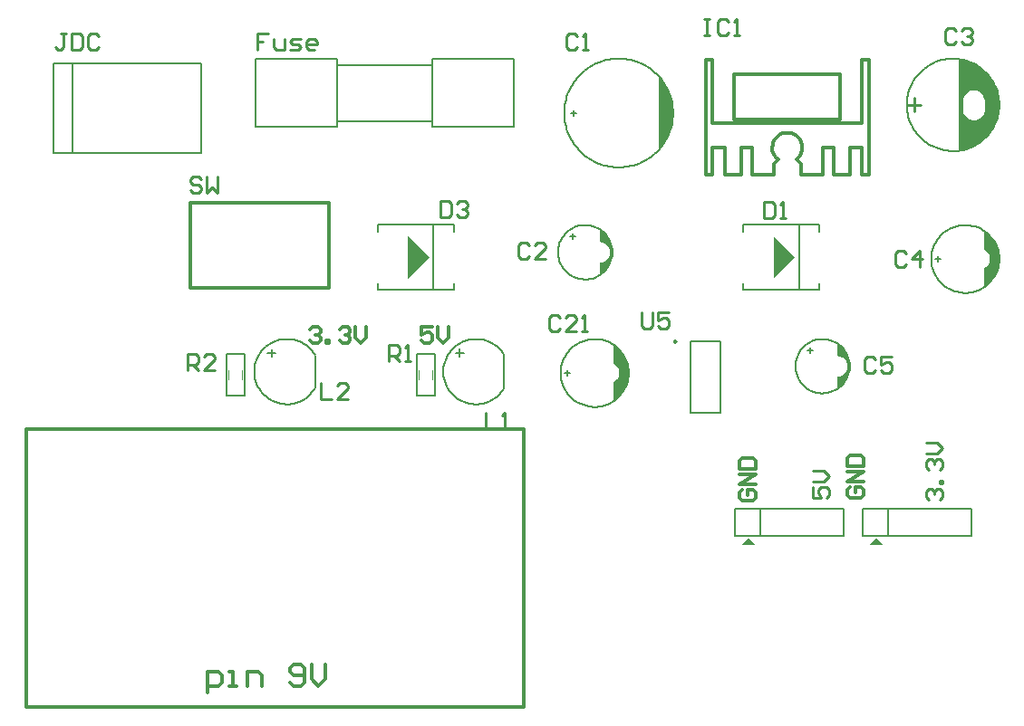
<source format=gto>
G04*
G04 #@! TF.GenerationSoftware,Altium Limited,Altium Designer,18.0.7 (293)*
G04*
G04 Layer_Color=65535*
%FSLAX44Y44*%
%MOMM*%
G71*
G01*
G75*
%ADD10C,0.2540*%
%ADD11C,0.1778*%
%ADD12C,0.2500*%
%ADD13C,0.3048*%
%ADD14C,0.3000*%
%ADD15C,0.1270*%
%ADD16C,0.1016*%
%ADD17C,0.2000*%
G36*
X690860Y302273D02*
X684510Y295923D01*
X697210D01*
X690860Y302273D01*
D02*
G37*
G36*
X564480Y483138D02*
Y465612D01*
X566258Y464342D01*
X568036Y462818D01*
X569052Y461548D01*
X569560Y460278D01*
X570068Y457738D01*
Y454944D01*
X569560Y452912D01*
X568798Y451642D01*
X567782Y450372D01*
X566766Y449356D01*
X565750Y448594D01*
X564480Y447832D01*
Y429290D01*
X566766Y431322D01*
X570576Y434624D01*
X573878Y438942D01*
X577688Y447324D01*
X578704Y452658D01*
X578852Y456468D01*
X577688Y464088D01*
X574132Y473486D01*
X568544Y480090D01*
X564480Y483138D01*
D02*
G37*
G36*
X372600Y544621D02*
X392600Y564621D01*
X372600Y584621D01*
Y544621D01*
D02*
G37*
G36*
X551780Y590783D02*
Y579099D01*
X554828Y578591D01*
X557368Y577575D01*
X559146Y576305D01*
X560416Y574273D01*
X561178Y571987D01*
X561432Y569447D01*
X561178Y566907D01*
X560416Y565129D01*
X559146Y563351D01*
X557622Y561573D01*
X556098Y560557D01*
X553558Y559795D01*
X551780D01*
Y547857D01*
X553812Y549635D01*
X556860Y551921D01*
X558892Y554461D01*
X561178Y558271D01*
X562956Y564621D01*
X563464Y571733D01*
X561686Y579607D01*
X558638Y584687D01*
X554320Y589513D01*
X551780Y590783D01*
D02*
G37*
G36*
X607152Y733404D02*
Y665586D01*
X610708Y669904D01*
X613756Y674984D01*
X616296Y679048D01*
X618582Y685652D01*
X620106Y694288D01*
X619852Y704956D01*
X619344Y711306D01*
X615534Y721212D01*
X609692Y730610D01*
X607152Y733404D01*
D02*
G37*
G36*
X893410Y749152D02*
X904840Y744072D01*
X913730Y736452D01*
X921350Y725022D01*
X925160Y712322D01*
Y702162D01*
X920080Y686922D01*
X912460Y676762D01*
X902300Y669142D01*
X888330Y664062D01*
Y699622D01*
X889600D01*
X889615Y699321D01*
X889732Y698732D01*
X889962Y698176D01*
X890296Y697677D01*
X890498Y697454D01*
X893410Y694542D01*
X893410Y694542D01*
X894040Y693970D01*
X895454Y693026D01*
X897025Y692375D01*
X898692Y692044D01*
X899542Y692002D01*
X903044D01*
X903469Y692023D01*
X904303Y692188D01*
X905088Y692514D01*
X905795Y692986D01*
X906110Y693272D01*
X906410Y693287D01*
X907000Y693404D01*
X907555Y693634D01*
X908055Y693968D01*
X908278Y694170D01*
X911190Y697082D01*
X911190D01*
X911476Y697397D01*
X911948Y698104D01*
X912273Y698889D01*
X912439Y699723D01*
X912460Y700148D01*
Y713066D01*
X912439Y713491D01*
X912273Y714324D01*
X911948Y715110D01*
X911476Y715816D01*
X911190Y716132D01*
X909920Y717402D01*
X909905Y717702D01*
X909788Y718292D01*
X909558Y718847D01*
X909224Y719347D01*
X909022Y719570D01*
X907380Y721212D01*
X907380Y721212D01*
X907065Y721497D01*
X906358Y721970D01*
X905573Y722295D01*
X904739Y722461D01*
X904314Y722482D01*
X897220D01*
X888330Y713592D01*
Y750422D01*
X893410Y749152D01*
D02*
G37*
G36*
X734230Y564621D02*
X714230Y544621D01*
Y584621D01*
X734230Y564621D01*
D02*
G37*
G36*
X914852Y586719D02*
X920440Y580115D01*
X923996Y570717D01*
X925160Y563097D01*
X925012Y559287D01*
X923996Y553953D01*
X920186Y545571D01*
X916884Y541253D01*
X913074Y537951D01*
X910788Y535919D01*
Y554461D01*
X912058Y555223D01*
X913074Y555985D01*
X914090Y557001D01*
X915106Y558271D01*
X915868Y559541D01*
X916376Y561573D01*
Y564367D01*
X915868Y566907D01*
X915360Y568177D01*
X914344Y569447D01*
X912566Y570971D01*
X910788Y572241D01*
Y589767D01*
X914852Y586719D01*
D02*
G37*
G36*
X776168Y482884D02*
X780486Y478058D01*
X783534Y472978D01*
X785312Y465104D01*
X784804Y457992D01*
X783026Y451642D01*
X780740Y447832D01*
X778708Y445292D01*
X775660Y443006D01*
X773628Y441228D01*
Y453166D01*
X775406D01*
X777946Y453928D01*
X779470Y454944D01*
X780994Y456722D01*
X782264Y458500D01*
X783026Y460278D01*
X783280Y462818D01*
X783026Y465358D01*
X782264Y467644D01*
X780994Y469676D01*
X779216Y470946D01*
X776676Y471962D01*
X773628Y472470D01*
Y484154D01*
X776168Y482884D01*
D02*
G37*
G36*
X816590Y295923D02*
X803890D01*
X810240Y302273D01*
X816590Y295923D01*
D02*
G37*
D10*
X901030Y722482D02*
X898486Y722195D01*
X896071Y721350D01*
X893903Y719988D01*
X892094Y718178D01*
X890732Y716011D01*
X889886Y713595D01*
X889600Y711052D01*
Y704702D02*
X889604Y702126D01*
X890181Y699617D01*
X891302Y697298D01*
X892911Y695287D01*
X894926Y693685D01*
X897248Y692571D01*
X899760Y692002D01*
X902335Y692006D01*
X904845Y692583D01*
X907163Y693704D01*
X909174Y695312D01*
X910777Y697328D01*
X911891Y699650D01*
X912460Y702162D01*
Y711052D02*
X912173Y713595D01*
X911328Y716011D01*
X909966Y718178D01*
X908156Y719988D01*
X905989Y721350D01*
X903573Y722195D01*
X901030Y722482D01*
X840070Y707242D02*
X851500D01*
X845912Y700892D02*
Y713592D01*
X889600Y702162D02*
Y714862D01*
X912460Y702162D02*
Y711052D01*
X888330Y713592D02*
X889600D01*
X888330Y665332D02*
Y749152D01*
X179921Y637515D02*
X177381Y640054D01*
X172303D01*
X169764Y637515D01*
Y634976D01*
X172303Y632436D01*
X177381D01*
X179921Y629897D01*
Y627358D01*
X177381Y624819D01*
X172303D01*
X169764Y627358D01*
X184999Y640054D02*
Y624819D01*
X190077Y629897D01*
X195156Y624819D01*
Y640054D01*
X53175Y774137D02*
X48096D01*
X50635D01*
Y761441D01*
X48096Y758902D01*
X45557D01*
X43018Y761441D01*
X58253Y774137D02*
Y758902D01*
X65870D01*
X68410Y761441D01*
Y771597D01*
X65870Y774137D01*
X58253D01*
X83645Y771597D02*
X81106Y774137D01*
X76027D01*
X73488Y771597D01*
Y761441D01*
X76027Y758902D01*
X81106D01*
X83645Y761441D01*
X166970Y458957D02*
Y474192D01*
X174587D01*
X177127Y471653D01*
Y466574D01*
X174587Y464035D01*
X166970D01*
X172048D02*
X177127Y458957D01*
X192362D02*
X182205D01*
X192362Y469114D01*
Y471653D01*
X189823Y474192D01*
X184744D01*
X182205Y471653D01*
X354930Y467847D02*
Y483082D01*
X362547D01*
X365087Y480543D01*
Y475464D01*
X362547Y472925D01*
X354930D01*
X360008D02*
X365087Y467847D01*
X370165D02*
X375243D01*
X372704D01*
Y483082D01*
X370165Y480543D01*
X445100Y419582D02*
Y404347D01*
X455257D01*
X460335D02*
X465413D01*
X462874D01*
Y419582D01*
X460335Y417043D01*
X242151Y774039D02*
X231994D01*
Y766421D01*
X237072D01*
X231994D01*
Y758804D01*
X247229Y768960D02*
Y761343D01*
X249768Y758804D01*
X257386D01*
Y768960D01*
X262464Y758804D02*
X270082D01*
X272621Y761343D01*
X270082Y763882D01*
X265003D01*
X262464Y766421D01*
X265003Y768960D01*
X272621D01*
X285317Y758804D02*
X280238D01*
X277699Y761343D01*
Y766421D01*
X280238Y768960D01*
X285317D01*
X287856Y766421D01*
Y763882D01*
X277699D01*
X705450Y616432D02*
Y601197D01*
X713067D01*
X715607Y603736D01*
Y613893D01*
X713067Y616432D01*
X705450D01*
X720685Y601197D02*
X725763D01*
X723224D01*
Y616432D01*
X720685Y613893D01*
X809587Y469113D02*
X807047Y471652D01*
X801969D01*
X799430Y469113D01*
Y458956D01*
X801969Y456417D01*
X807047D01*
X809587Y458956D01*
X824822Y471652D02*
X814665D01*
Y464034D01*
X819743Y466573D01*
X822282D01*
X824822Y464034D01*
Y458956D01*
X822282Y456417D01*
X817204D01*
X814665Y458956D01*
X838035Y568173D02*
X835495Y570712D01*
X830417D01*
X827878Y568173D01*
Y558016D01*
X830417Y555477D01*
X835495D01*
X838035Y558016D01*
X850731Y555477D02*
Y570712D01*
X843113Y563094D01*
X853270D01*
X485737Y575793D02*
X483197Y578332D01*
X478119D01*
X475580Y575793D01*
Y565636D01*
X478119Y563097D01*
X483197D01*
X485737Y565636D01*
X500972Y563097D02*
X490815D01*
X500972Y573254D01*
Y575793D01*
X498433Y578332D01*
X493354D01*
X490815Y575793D01*
X591150Y513562D02*
Y500866D01*
X593689Y498327D01*
X598767D01*
X601307Y500866D01*
Y513562D01*
X616542D02*
X606385D01*
Y505944D01*
X611463Y508484D01*
X614002D01*
X616542Y505944D01*
Y500866D01*
X614002Y498327D01*
X608924D01*
X606385Y500866D01*
X649570Y787882D02*
X654648D01*
X652109D01*
Y772647D01*
X649570D01*
X654648D01*
X672422Y785343D02*
X669883Y787882D01*
X664805D01*
X662266Y785343D01*
Y775186D01*
X664805Y772647D01*
X669883D01*
X672422Y775186D01*
X677501Y772647D02*
X682579D01*
X680040D01*
Y787882D01*
X677501Y785343D01*
X291430Y447522D02*
Y432287D01*
X301587D01*
X316822D02*
X306665D01*
X316822Y442444D01*
Y444983D01*
X314282Y447522D01*
X309204D01*
X306665Y444983D01*
X514947Y508483D02*
X512407Y511022D01*
X507329D01*
X504790Y508483D01*
Y498326D01*
X507329Y495787D01*
X512407D01*
X514947Y498326D01*
X530182Y495787D02*
X520025D01*
X530182Y505943D01*
Y508483D01*
X527643Y511022D01*
X522564D01*
X520025Y508483D01*
X535260Y495787D02*
X540338D01*
X537799D01*
Y511022D01*
X535260Y508483D01*
X884517Y776453D02*
X881977Y778992D01*
X876899D01*
X874360Y776453D01*
Y766296D01*
X876899Y763757D01*
X881977D01*
X884517Y766296D01*
X889595Y776453D02*
X892134Y778992D01*
X897213D01*
X899752Y776453D01*
Y773913D01*
X897213Y771374D01*
X894673D01*
X897213D01*
X899752Y768835D01*
Y766296D01*
X897213Y763757D01*
X892134D01*
X889595Y766296D01*
X530695Y771500D02*
X528155Y774039D01*
X523077D01*
X520538Y771500D01*
Y761343D01*
X523077Y758804D01*
X528155D01*
X530695Y761343D01*
X535773Y758804D02*
X540851D01*
X538312D01*
Y774039D01*
X535773Y771500D01*
X751175Y349734D02*
Y339577D01*
X758792D01*
X756253Y344655D01*
Y347194D01*
X758792Y349734D01*
X763871D01*
X766410Y347194D01*
Y342116D01*
X763871Y339577D01*
X751175Y354812D02*
X761331D01*
X766410Y359890D01*
X761331Y364969D01*
X751175D01*
X859124Y338307D02*
X856585Y340846D01*
Y345924D01*
X859124Y348464D01*
X861663D01*
X864202Y345924D01*
Y343385D01*
Y345924D01*
X866741Y348464D01*
X869281D01*
X871820Y345924D01*
Y340846D01*
X869281Y338307D01*
X871820Y353542D02*
X869281D01*
Y356081D01*
X871820D01*
Y353542D01*
X859124Y366238D02*
X856585Y368777D01*
Y373855D01*
X859124Y376395D01*
X861663D01*
X864202Y373855D01*
Y371316D01*
Y373855D01*
X866741Y376395D01*
X869281D01*
X871820Y373855D01*
Y368777D01*
X869281Y366238D01*
X856585Y381473D02*
X866741D01*
X871820Y386551D01*
X866741Y391629D01*
X856585D01*
X403190Y617702D02*
Y602467D01*
X410807D01*
X413347Y605006D01*
Y615163D01*
X410807Y617702D01*
X403190D01*
X418425Y615163D02*
X420964Y617702D01*
X426043D01*
X428582Y615163D01*
Y612623D01*
X426043Y610084D01*
X423503D01*
X426043D01*
X428582Y607545D01*
Y605006D01*
X426043Y602467D01*
X420964D01*
X418425Y605006D01*
D11*
X925160Y707242D02*
X925085Y709776D01*
X924862Y712301D01*
X924492Y714809D01*
X923974Y717291D01*
X923312Y719738D01*
X922507Y722142D01*
X921563Y724495D01*
X920482Y726789D01*
X919269Y729015D01*
X917927Y731165D01*
X916461Y733234D01*
X914876Y735213D01*
X913178Y737095D01*
X911372Y738874D01*
X909465Y740545D01*
X907463Y742101D01*
X905373Y743536D01*
X903203Y744846D01*
X900959Y746027D01*
X898650Y747074D01*
X896284Y747984D01*
X893868Y748753D01*
X891412Y749379D01*
X888923Y749860D01*
X886409Y750194D01*
X883881Y750380D01*
X881346Y750417D01*
X878813Y750305D01*
X876291Y750045D01*
X873789Y749638D01*
X871315Y749084D01*
X868878Y748386D01*
X866486Y747546D01*
X864147Y746567D01*
X861870Y745453D01*
X859662Y744207D01*
X857531Y742833D01*
X855484Y741337D01*
X853529Y739724D01*
X851672Y737998D01*
X849919Y736166D01*
X848277Y734235D01*
X846751Y732210D01*
X845346Y730100D01*
X844068Y727911D01*
X842920Y725650D01*
X841907Y723326D01*
X841032Y720946D01*
X840299Y718520D01*
X839709Y716054D01*
X839264Y713558D01*
X838967Y711040D01*
X838819Y708509D01*
Y705974D01*
X838967Y703443D01*
X839264Y700926D01*
X839709Y698430D01*
X840299Y695964D01*
X841032Y693537D01*
X841907Y691158D01*
X842920Y688834D01*
X844068Y686573D01*
X845346Y684384D01*
X846751Y682273D01*
X848277Y680249D01*
X849919Y678317D01*
X851672Y676486D01*
X853529Y674760D01*
X855484Y673146D01*
X857531Y671650D01*
X859662Y670276D01*
X861870Y669031D01*
X864147Y667916D01*
X866486Y666937D01*
X868878Y666097D01*
X871315Y665399D01*
X873789Y664846D01*
X876291Y664438D01*
X878813Y664178D01*
X881346Y664066D01*
X883881Y664104D01*
X886409Y664290D01*
X888922Y664624D01*
X891412Y665105D01*
X893868Y665731D01*
X896284Y666500D01*
X898650Y667410D01*
X900959Y668456D01*
X903203Y669637D01*
X905373Y670948D01*
X907463Y672383D01*
X909465Y673939D01*
X911372Y675609D01*
X913177Y677389D01*
X914876Y679271D01*
X916461Y681250D01*
X917927Y683318D01*
X919269Y685469D01*
X920482Y687695D01*
X921563Y689988D01*
X922507Y692341D01*
X923312Y694745D01*
X923974Y697192D01*
X924492Y699674D01*
X924862Y702182D01*
X925085Y704707D01*
X925160Y707242D01*
Y563097D02*
X925060Y565619D01*
X924759Y568126D01*
X924260Y570601D01*
X923567Y573028D01*
X922682Y575393D01*
X921613Y577679D01*
X920365Y579874D01*
X918947Y581963D01*
X917367Y583932D01*
X915636Y585770D01*
X913765Y587464D01*
X911764Y589004D01*
X909648Y590380D01*
X907429Y591584D01*
X905121Y592608D01*
X902740Y593445D01*
X900299Y594090D01*
X897815Y594540D01*
X895303Y594790D01*
X892779Y594841D01*
X890259Y594690D01*
X887758Y594340D01*
X885294Y593792D01*
X882881Y593050D01*
X880535Y592119D01*
X878269Y591004D01*
X876100Y589713D01*
X874040Y588254D01*
X872103Y586635D01*
X870300Y584868D01*
X868643Y582963D01*
X867143Y580933D01*
X865809Y578789D01*
X864650Y576547D01*
X863672Y574219D01*
X862882Y571821D01*
X862285Y569368D01*
X861886Y566876D01*
X861685Y564359D01*
Y561834D01*
X861886Y559318D01*
X862285Y556825D01*
X862882Y554372D01*
X863672Y551974D01*
X864649Y549647D01*
X865809Y547404D01*
X867143Y545261D01*
X868643Y543231D01*
X870300Y541326D01*
X872103Y539558D01*
X874040Y537940D01*
X876100Y536480D01*
X878269Y535189D01*
X880534Y534075D01*
X882881Y533143D01*
X885294Y532402D01*
X887758Y531854D01*
X890258Y531504D01*
X892779Y531353D01*
X895303Y531403D01*
X897815Y531654D01*
X900299Y532103D01*
X902740Y532748D01*
X905121Y533586D01*
X907429Y534609D01*
X909648Y535813D01*
X911764Y537190D01*
X913765Y538730D01*
X915636Y540424D01*
X917367Y542262D01*
X918947Y544231D01*
X920365Y546320D01*
X921613Y548514D01*
X922682Y550801D01*
X923567Y553166D01*
X924260Y555593D01*
X924759Y558068D01*
X925060Y560574D01*
X925160Y563097D01*
X285971Y473159D02*
X284602Y475285D01*
X283061Y477291D01*
X281360Y479163D01*
X279509Y480886D01*
X277521Y482451D01*
X275411Y483845D01*
X273192Y485059D01*
X270880Y486085D01*
X268491Y486916D01*
X266042Y487547D01*
X263548Y487971D01*
X261028Y488188D01*
X258499Y488195D01*
X255978Y487992D01*
X253482Y487581D01*
X251029Y486964D01*
X248636Y486146D01*
X246318Y485133D01*
X244093Y483931D01*
X241975Y482548D01*
X239979Y480995D01*
X238118Y479281D01*
X236406Y477419D01*
X234855Y475422D01*
X233474Y473303D01*
X232273Y471076D01*
X231262Y468758D01*
X230446Y466364D01*
X229831Y463910D01*
X229422Y461414D01*
X229222Y458893D01*
X229231Y456364D01*
X229450Y453844D01*
X229877Y451351D01*
X230509Y448902D01*
X231342Y446514D01*
X232370Y444203D01*
X233586Y441985D01*
X234982Y439876D01*
X236548Y437890D01*
X238273Y436040D01*
X240146Y434340D01*
X242153Y432801D01*
X244281Y431434D01*
X246515Y430247D01*
X248840Y429251D01*
X251239Y428450D01*
X253696Y427851D01*
X256195Y427458D01*
X258718Y427273D01*
X261247Y427298D01*
X263765Y427533D01*
X266255Y427976D01*
X268701Y428623D01*
X271083Y429471D01*
X273388Y430514D01*
X275598Y431744D01*
X277698Y433154D01*
X279674Y434732D01*
X281513Y436469D01*
X283201Y438353D01*
X284727Y440370D01*
X286081Y442506D01*
X462501Y473159D02*
X461132Y475285D01*
X459591Y477291D01*
X457890Y479163D01*
X456039Y480886D01*
X454051Y482451D01*
X451941Y483845D01*
X449722Y485059D01*
X447410Y486085D01*
X445021Y486916D01*
X442572Y487547D01*
X440078Y487971D01*
X437558Y488188D01*
X435029Y488195D01*
X432508Y487992D01*
X430012Y487581D01*
X427559Y486964D01*
X425165Y486146D01*
X422848Y485133D01*
X420623Y483931D01*
X418505Y482548D01*
X416509Y480995D01*
X414648Y479281D01*
X412936Y477419D01*
X411385Y475422D01*
X410004Y473303D01*
X408803Y471076D01*
X407792Y468758D01*
X406976Y466364D01*
X406361Y463910D01*
X405952Y461414D01*
X405752Y458893D01*
X405761Y456364D01*
X405980Y453844D01*
X406407Y451351D01*
X407039Y448902D01*
X407872Y446514D01*
X408900Y444203D01*
X410116Y441985D01*
X411512Y439876D01*
X413078Y437890D01*
X414803Y436040D01*
X416676Y434340D01*
X418683Y432801D01*
X420811Y431434D01*
X423045Y430247D01*
X425370Y429251D01*
X427769Y428450D01*
X430226Y427851D01*
X432725Y427458D01*
X435248Y427273D01*
X437777Y427298D01*
X440295Y427533D01*
X442785Y427976D01*
X445230Y428623D01*
X447613Y429471D01*
X449918Y430514D01*
X452128Y431744D01*
X454228Y433154D01*
X456204Y434732D01*
X458043Y436469D01*
X459731Y438353D01*
X461257Y440370D01*
X462611Y442506D01*
X785460Y462818D02*
X785334Y465347D01*
X784956Y467851D01*
X784331Y470305D01*
X783465Y472684D01*
X782367Y474965D01*
X781046Y477126D01*
X779517Y479145D01*
X777795Y481001D01*
X775897Y482676D01*
X773840Y484155D01*
X771648Y485420D01*
X769340Y486462D01*
X766939Y487268D01*
X764471Y487832D01*
X761958Y488147D01*
X759427Y488210D01*
X756901Y488021D01*
X754408Y487581D01*
X751970Y486895D01*
X749613Y485970D01*
X747360Y484815D01*
X745233Y483441D01*
X743253Y481862D01*
X741440Y480094D01*
X739813Y478154D01*
X738386Y476062D01*
X737175Y473838D01*
X736192Y471505D01*
X735445Y469085D01*
X734944Y466604D01*
X734691Y464084D01*
Y461552D01*
X734944Y459032D01*
X735445Y456550D01*
X736192Y454131D01*
X737175Y451797D01*
X738386Y449573D01*
X739813Y447481D01*
X741440Y445541D01*
X743253Y443773D01*
X745233Y442195D01*
X747360Y440821D01*
X749613Y439666D01*
X751970Y438740D01*
X754408Y438055D01*
X756901Y437615D01*
X759427Y437426D01*
X761958Y437489D01*
X764471Y437804D01*
X766939Y438367D01*
X769340Y439174D01*
X771648Y440215D01*
X773840Y441481D01*
X775897Y442959D01*
X777795Y444635D01*
X779517Y446491D01*
X781046Y448509D01*
X782367Y450670D01*
X783465Y452952D01*
X784331Y455331D01*
X784956Y457785D01*
X785334Y460289D01*
X785460Y462818D01*
X578852Y456468D02*
X578752Y458990D01*
X578451Y461497D01*
X577952Y463972D01*
X577259Y466399D01*
X576374Y468764D01*
X575305Y471050D01*
X574057Y473245D01*
X572639Y475334D01*
X571059Y477303D01*
X569328Y479141D01*
X567457Y480835D01*
X565456Y482375D01*
X563340Y483751D01*
X561121Y484955D01*
X558813Y485979D01*
X556432Y486816D01*
X553991Y487461D01*
X551507Y487911D01*
X548995Y488161D01*
X546471Y488212D01*
X543951Y488061D01*
X541451Y487711D01*
X538986Y487163D01*
X536573Y486421D01*
X534226Y485490D01*
X531961Y484375D01*
X529792Y483084D01*
X527732Y481625D01*
X525795Y480006D01*
X523992Y478239D01*
X522335Y476334D01*
X520835Y474304D01*
X519501Y472160D01*
X518341Y469918D01*
X517364Y467590D01*
X516574Y465192D01*
X515978Y462739D01*
X515578Y460247D01*
X515377Y457730D01*
Y455205D01*
X515578Y452689D01*
X515978Y450196D01*
X516574Y447743D01*
X517364Y445345D01*
X518341Y443018D01*
X519501Y440775D01*
X520835Y438632D01*
X522335Y436602D01*
X523992Y434697D01*
X525795Y432929D01*
X527732Y431311D01*
X529792Y429851D01*
X531961Y428560D01*
X534226Y427446D01*
X536573Y426514D01*
X538986Y425773D01*
X541451Y425225D01*
X543951Y424875D01*
X546471Y424724D01*
X548995Y424774D01*
X551507Y425025D01*
X553991Y425474D01*
X556432Y426119D01*
X558813Y426957D01*
X561121Y427980D01*
X563340Y429184D01*
X565456Y430561D01*
X567457Y432101D01*
X569328Y433795D01*
X571059Y435633D01*
X572639Y437602D01*
X574057Y439691D01*
X575305Y441885D01*
X576374Y444172D01*
X577259Y446537D01*
X577952Y448964D01*
X578451Y451439D01*
X578752Y453945D01*
X578852Y456468D01*
X563612Y569447D02*
X563486Y571976D01*
X563108Y574480D01*
X562483Y576934D01*
X561617Y579313D01*
X560519Y581594D01*
X559198Y583755D01*
X557669Y585774D01*
X555947Y587630D01*
X554049Y589305D01*
X551993Y590784D01*
X549800Y592049D01*
X547492Y593091D01*
X545091Y593897D01*
X542623Y594461D01*
X540110Y594776D01*
X537579Y594839D01*
X535054Y594650D01*
X532560Y594210D01*
X530122Y593524D01*
X527765Y592599D01*
X525512Y591444D01*
X523385Y590070D01*
X521405Y588491D01*
X519592Y586723D01*
X517965Y584783D01*
X516538Y582691D01*
X515327Y580467D01*
X514344Y578134D01*
X513597Y575714D01*
X513096Y573232D01*
X512844Y570713D01*
Y568181D01*
X513096Y565661D01*
X513597Y563179D01*
X514344Y560760D01*
X515327Y558426D01*
X516538Y556202D01*
X517965Y554110D01*
X519592Y552170D01*
X521405Y550402D01*
X523385Y548824D01*
X525512Y547450D01*
X527765Y546295D01*
X530122Y545369D01*
X532560Y544684D01*
X535054Y544244D01*
X537579Y544055D01*
X540110Y544118D01*
X542623Y544433D01*
X545091Y544996D01*
X547492Y545803D01*
X549800Y546844D01*
X551993Y548110D01*
X554049Y549588D01*
X555947Y551264D01*
X557669Y553120D01*
X559198Y555139D01*
X560519Y557299D01*
X561617Y559580D01*
X562483Y561960D01*
X563108Y564414D01*
X563486Y566918D01*
X563612Y569447D01*
X620360Y699622D02*
X620297Y702154D01*
X620107Y704680D01*
X619793Y707193D01*
X619353Y709688D01*
X618789Y712157D01*
X618103Y714595D01*
X617296Y716996D01*
X616371Y719354D01*
X615329Y721663D01*
X614174Y723917D01*
X612907Y726111D01*
X611533Y728238D01*
X610054Y730295D01*
X608475Y732275D01*
X606799Y734175D01*
X605030Y735988D01*
X603173Y737711D01*
X601233Y739339D01*
X599214Y740868D01*
X597121Y742295D01*
X594960Y743616D01*
X592735Y744827D01*
X590453Y745926D01*
X588119Y746910D01*
X585739Y747776D01*
X583319Y748523D01*
X580864Y749148D01*
X578381Y749650D01*
X575877Y750027D01*
X573356Y750280D01*
X570826Y750406D01*
X568293D01*
X565764Y750280D01*
X563243Y750028D01*
X560739Y749650D01*
X558256Y749148D01*
X555801Y748523D01*
X553381Y747776D01*
X551001Y746910D01*
X548666Y745926D01*
X546384Y744827D01*
X544160Y743616D01*
X541999Y742295D01*
X539906Y740868D01*
X537887Y739339D01*
X535946Y737711D01*
X534090Y735988D01*
X532321Y734175D01*
X530645Y732275D01*
X529066Y730295D01*
X527587Y728239D01*
X526213Y726111D01*
X524946Y723917D01*
X523791Y721663D01*
X522749Y719354D01*
X521824Y716996D01*
X521017Y714595D01*
X520331Y712157D01*
X519767Y709688D01*
X519327Y707193D01*
X519012Y704680D01*
X518823Y702154D01*
X518760Y699622D01*
X518823Y697090D01*
X519012Y694564D01*
X519327Y692050D01*
X519767Y689556D01*
X520331Y687086D01*
X521017Y684648D01*
X521824Y682247D01*
X522749Y679889D01*
X523791Y677580D01*
X524946Y675326D01*
X526213Y673133D01*
X527587Y671005D01*
X529066Y668949D01*
X530645Y666968D01*
X532321Y665069D01*
X534090Y663256D01*
X535946Y661533D01*
X537887Y659905D01*
X539906Y658375D01*
X541999Y656948D01*
X544160Y655628D01*
X546385Y654416D01*
X548667Y653317D01*
X551001Y652333D01*
X553381Y651467D01*
X555801Y650720D01*
X558256Y650095D01*
X560739Y649594D01*
X563243Y649216D01*
X565764Y648964D01*
X568293Y648838D01*
X570826D01*
X573356Y648964D01*
X575877Y649216D01*
X578381Y649594D01*
X580864Y650096D01*
X583319Y650721D01*
X585739Y651467D01*
X588119Y652334D01*
X590453Y653317D01*
X592735Y654416D01*
X594960Y655628D01*
X597121Y656949D01*
X599214Y658375D01*
X601233Y659905D01*
X603174Y661533D01*
X605030Y663256D01*
X606799Y665069D01*
X608475Y666968D01*
X610054Y668949D01*
X611533Y671005D01*
X612907Y673133D01*
X614174Y675327D01*
X615329Y677581D01*
X616371Y679890D01*
X617296Y682247D01*
X618103Y684648D01*
X618789Y687087D01*
X619353Y689556D01*
X619793Y692051D01*
X620107Y694564D01*
X620297Y697090D01*
X620360Y699622D01*
X867608Y561827D02*
Y564367D01*
X865068Y563097D02*
X870148D01*
X867608Y560557D02*
Y561827D01*
Y564367D02*
Y565637D01*
X245456Y471708D02*
Y478820D01*
X241646Y475010D02*
X249266D01*
X286096Y442752D02*
Y472978D01*
X462626Y442752D02*
Y472978D01*
X421224Y471962D02*
Y479074D01*
X417414Y475264D02*
X425034D01*
X748228Y475518D02*
Y480598D01*
X745688Y478058D02*
X750768D01*
X521300Y457738D02*
Y459008D01*
Y453928D02*
Y455198D01*
X518760Y456468D02*
X523840D01*
X521300Y455198D02*
Y457738D01*
X526380Y582147D02*
Y587227D01*
X523840Y584687D02*
X528920D01*
X797540Y303797D02*
X899140D01*
X797540D02*
Y329197D01*
X899140D01*
Y303797D02*
Y329197D01*
X821670Y303797D02*
Y328943D01*
X678160Y303797D02*
X779760D01*
X678160D02*
Y329197D01*
X779760D01*
Y303797D02*
Y329197D01*
X702290Y303797D02*
Y328943D01*
X59020Y662635D02*
Y746456D01*
X41240Y662635D02*
X179670D01*
X41240Y746456D02*
X179670D01*
Y662635D02*
Y746456D01*
X41240Y662635D02*
Y746456D01*
X306670Y686922D02*
Y750422D01*
X230470D02*
X306670D01*
X230470Y686922D02*
X306670D01*
Y692002D02*
X395570D01*
X230470Y686922D02*
Y750422D01*
X471770Y686922D02*
Y750422D01*
X395570Y686922D02*
Y750422D01*
Y686922D02*
X471770D01*
X395570Y750422D02*
X471770D01*
X306670Y744072D02*
X395570D01*
X525110Y699622D02*
X530190D01*
X527650Y697082D02*
Y702162D01*
D12*
X623090Y486107D02*
X621215Y487189D01*
Y485024D01*
X623090Y486107D01*
D13*
X735582Y656182D02*
X737459Y657931D01*
X738985Y659992D01*
X740108Y662298D01*
X740790Y664771D01*
X741010Y667326D01*
X740758Y669879D01*
X740044Y672342D01*
X738891Y674634D01*
X737339Y676676D01*
X735440Y678400D01*
X733257Y679747D01*
X730865Y680673D01*
X728344Y681146D01*
X725779Y681150D01*
X723257Y680685D01*
X720862Y679766D01*
X718675Y678426D01*
X716771Y676708D01*
X715212Y674671D01*
X714052Y672383D01*
X713330Y669922D01*
X713071Y667370D01*
X713282Y664814D01*
X713956Y662339D01*
X715072Y660030D01*
X716592Y657963D01*
X718463Y656209D01*
X683860Y667237D02*
X694020D01*
X683860Y641837D02*
Y667237D01*
X668620Y641837D02*
X683860D01*
X668620D02*
Y667237D01*
X657190D02*
X668620D01*
X657190Y641837D02*
Y667237D01*
X650840Y641837D02*
X657190D01*
X650840D02*
Y749787D01*
X657190D01*
X760060Y667237D02*
X770220D01*
Y641837D02*
Y667237D01*
Y641837D02*
X785460D01*
Y667237D01*
X796890D01*
Y641837D02*
Y667237D01*
Y641837D02*
X803240D01*
Y749787D01*
X796890D02*
X803240D01*
X796890Y690097D02*
Y749787D01*
X657190Y690097D02*
X796890D01*
X657190D02*
Y749787D01*
X776570Y693907D02*
Y735817D01*
X677510D02*
X776570D01*
X677510Y693907D02*
Y735817D01*
Y693907D02*
X776570D01*
X760060Y641837D02*
Y667237D01*
X739740Y641837D02*
X760060D01*
X694020D02*
Y667237D01*
Y641837D02*
X714340D01*
X735676Y656061D02*
X739740Y651997D01*
Y641837D02*
Y651997D01*
X714340Y641837D02*
Y651997D01*
X718508Y656165D01*
D14*
X15840Y403997D02*
X480840D01*
Y143997D02*
Y403997D01*
X15840Y143997D02*
X480840D01*
X15840D02*
Y403997D01*
X169280Y535797D02*
X299280D01*
X169280D02*
Y615797D01*
X299280D01*
Y535797D02*
Y615797D01*
X185840Y157332D02*
Y177326D01*
X195837D01*
X199169Y173994D01*
Y167329D01*
X195837Y163997D01*
X185840D01*
X205833D02*
X212498D01*
X209166D01*
Y177326D01*
X205833D01*
X222495Y163997D02*
Y177326D01*
X232491D01*
X235824Y173994D01*
Y163997D01*
X262482Y167329D02*
X265814Y163997D01*
X272479D01*
X275811Y167329D01*
Y180658D01*
X272479Y183990D01*
X265814D01*
X262482Y180658D01*
Y177326D01*
X265814Y173994D01*
X275811D01*
X282475Y183990D02*
Y170661D01*
X289140Y163997D01*
X295804Y170661D01*
Y183990D01*
X281270Y496853D02*
X283769Y499352D01*
X288767D01*
X291267Y496853D01*
Y494353D01*
X288767Y491854D01*
X286268D01*
X288767D01*
X291267Y489355D01*
Y486856D01*
X288767Y484357D01*
X283769D01*
X281270Y486856D01*
X296265Y484357D02*
Y486856D01*
X298764D01*
Y484357D01*
X296265D01*
X308761Y496853D02*
X311260Y499352D01*
X316259D01*
X318758Y496853D01*
Y494353D01*
X316259Y491854D01*
X313759D01*
X316259D01*
X318758Y489355D01*
Y486856D01*
X316259Y484357D01*
X311260D01*
X308761Y486856D01*
X323756Y499352D02*
Y489355D01*
X328754Y484357D01*
X333753Y489355D01*
Y499352D01*
X395407D02*
X385410D01*
Y491854D01*
X390408Y494353D01*
X392907D01*
X395407Y491854D01*
Y486856D01*
X392907Y484357D01*
X387909D01*
X385410Y486856D01*
X400405Y499352D02*
Y489355D01*
X405403Y484357D01*
X410402Y489355D01*
Y499352D01*
X785664Y349574D02*
X783165Y347074D01*
Y342076D01*
X785664Y339577D01*
X795661D01*
X798160Y342076D01*
Y347074D01*
X795661Y349574D01*
X790662D01*
Y344575D01*
X798160Y354572D02*
X783165D01*
X798160Y364569D01*
X783165D01*
Y369567D02*
X798160D01*
Y377065D01*
X795661Y379564D01*
X785664D01*
X783165Y377065D01*
Y369567D01*
X685334Y347034D02*
X682835Y344534D01*
Y339536D01*
X685334Y337037D01*
X695331D01*
X697830Y339536D01*
Y344534D01*
X695331Y347034D01*
X690332D01*
Y342035D01*
X697830Y352032D02*
X682835D01*
X697830Y362029D01*
X682835D01*
Y367027D02*
X697830D01*
Y374525D01*
X695331Y377024D01*
X685334D01*
X682835Y374525D01*
Y367027D01*
D15*
X415620Y534141D02*
Y540491D01*
X344500Y534141D02*
X415620D01*
X344500D02*
Y540491D01*
Y588751D02*
Y595101D01*
X415620D01*
Y588751D02*
Y595101D01*
X396570Y534141D02*
Y595101D01*
X203038Y435589D02*
X220056D01*
X203038D02*
Y474451D01*
X220056D01*
Y435589D02*
Y474451D01*
X380838Y435589D02*
X397856D01*
X380838D02*
Y474451D01*
X397856D01*
Y435589D02*
Y474451D01*
X757250Y534141D02*
Y540491D01*
X686130Y534141D02*
X757250D01*
X686130D02*
Y540491D01*
Y588751D02*
Y595101D01*
X757250D01*
Y588751D02*
Y595101D01*
X738200Y534141D02*
Y595101D01*
D16*
X217770Y450829D02*
Y459465D01*
X205070Y450829D02*
Y459465D01*
X395570Y450829D02*
Y459465D01*
X382870Y450829D02*
Y459465D01*
D17*
X636840Y419107D02*
X664840D01*
X636840Y486107D02*
X664840D01*
Y419107D02*
Y486107D01*
X636840Y419107D02*
Y486107D01*
M02*

</source>
